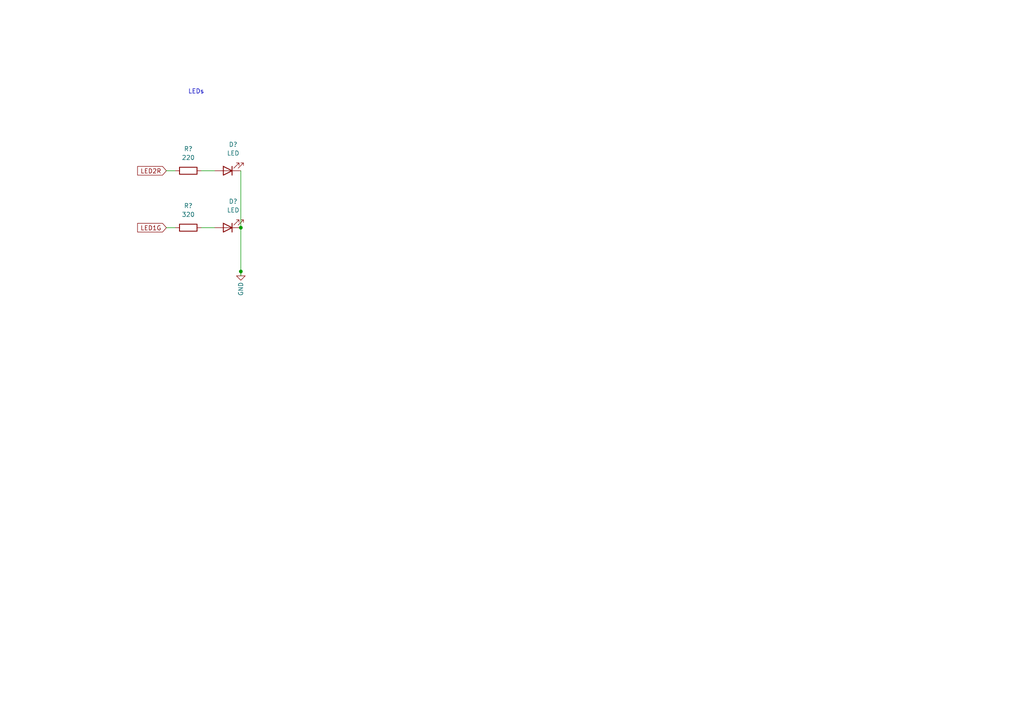
<source format=kicad_sch>
(kicad_sch (version 20250114) (generator "eeschema") (generator_version "9.0")
  (paper "A4")
  (lib_symbols
    (symbol "Device:LED" (pin_numbers (hide yes)) (pin_names (offset 1.016) (hide yes))
      (property "Reference" "D" (at 0 2.54 0))
      (property "Value" "LED" (at 0 -2.54 0))
      (symbol "LED_0_1"
        (polyline (pts (xy -3.048 -0.762) (xy -4.572 -2.286) (xy -3.81 -2.286) (xy -4.572 -2.286) (xy -4.572 -1.524)))
        (polyline (pts (xy -1.778 -0.762) (xy -3.302 -2.286) (xy -2.54 -2.286) (xy -3.302 -2.286) (xy -3.302 -1.524)))
        (polyline (pts (xy -1.27 0) (xy 1.27 0)))
        (polyline (pts (xy -1.27 -1.27) (xy -1.27 1.27)) (stroke (width 0.254)))
        (polyline (pts (xy 1.27 -1.27) (xy 1.27 1.27) (xy -1.27 0) (xy 1.27 -1.27)) (stroke (width 0.254)))
      )
      (symbol "LED_1_1"
        (pin passive line (at -3.81 0 0) (length 2.54) (name "K") (number "1"))
        (pin passive line (at 3.81 0 180) (length 2.54) (name "A") (number "2"))
      )
    )
    (symbol "Device:R" (pin_numbers (hide yes)) (pin_names (offset 0))
      (property "Reference" "R" (at 2.032 0 90))
      (property "Value" "R" (at 0 0 90))
      (symbol "R_0_1"
        (rectangle (start -1.016 -2.54) (end 1.016 2.54) (stroke (width 0.254)))
      )
      (symbol "R_1_1"
        (pin passive line (at 0 3.81 270) (length 1.27) (name "~") (number "1"))
        (pin passive line (at 0 -3.81 90) (length 1.27) (name "~") (number "2"))
      )
    )
    (symbol "power:GND" (power) (pin_names (offset 0))
      (property "Value" "GND" (at 0 -3.81 0))
      (symbol "GND_0_1"
        (polyline (pts (xy 0 0) (xy 0 -1.27) (xy 1.27 -1.27) (xy 0 -2.54) (xy -1.27 -1.27) (xy 0 -1.27)))
      )
      (symbol "GND_1_1"
        (pin power_in line (at 0 0 270) (length 0) (hide yes) (name "GND") (number "1"))
      )
    )
  )
  (text "LEDs\n" (at 56.896 26.67 0) (effects (font (size 1.27 1.27))))
  (junction (at 69.85 78.74))
  (junction (at 69.85 66.04))
  (wire (pts (xy 62.23 49.53) (xy 58.42 49.53)))
  (wire (pts (xy 48.26 49.53) (xy 50.8 49.53)))
  (wire (pts (xy 62.23 66.04) (xy 58.42 66.04)))
  (wire (pts (xy 69.85 49.53) (xy 69.85 66.04)))
  (wire (pts (xy 69.85 78.74) (xy 69.85 80.01)))
  (wire (pts (xy 69.85 66.04) (xy 69.85 78.74)))
  (wire (pts (xy 48.26 66.04) (xy 50.8 66.04)))
  (global_label "LED2R" (shape input) (at 48.26 49.53 180) (property "Intersheetrefs" "${INTERSHEET_REFS}" (effects (hide yes))))
  (global_label "LED1G" (shape input) (at 48.26 66.04 180) (property "Intersheetrefs" "${INTERSHEET_REFS}" (effects (hide yes))))
  (symbol (lib_id "Device:R") (at 54.61 66.04 90) (unit 1)
    (property "Reference" "R?" (at 54.61 59.69 90))
    (property "Value" "320" (at 54.61 62.23 90))
    (property "Footprint" "Resistor_SMD:R_0201_0603Metric" (effects (hide yes)))
    (property "Description" "Resistor" (effects (hide yes)))
  )
  (symbol (lib_id "Device:LED") (at 66.04 66.04 180) (unit 1)
    (property "Reference" "D?" (at 67.6275 58.42 0))
    (property "Value" "LED" (at 67.6275 60.96 0))
    (property "Footprint" "LED_THT:LED_D2.0mm_W4.0mm_H2.8mm_FlatTop" (effects (hide yes)))
    (property "Description" "Light emitting diode" (effects (hide yes)))
  )
  (symbol (lib_id "Device:LED") (at 66.04 49.53 180) (unit 1)
    (property "Reference" "D?" (at 67.6275 41.91 0))
    (property "Value" "LED" (at 67.6275 44.45 0))
    (property "Footprint" "LED_THT:LED_D2.0mm_W4.0mm_H2.8mm_FlatTop" (effects (hide yes)))
    (property "Description" "Light emitting diode" (effects (hide yes)))
  )
  (symbol (lib_id "Device:R") (at 54.61 49.53 90) (unit 1)
    (property "Reference" "R?" (at 54.61 43.18 90))
    (property "Value" "220" (at 54.61 45.72 90))
    (property "Footprint" "Resistor_SMD:R_0201_0603Metric" (effects (hide yes)))
    (property "Description" "Resistor" (effects (hide yes)))
  )
  (symbol (lib_id "power:GND") (at 69.85 78.74 0) (mirror y) (unit 1)
    (property "Reference" "#PWR0186" (effects (hide yes)))
    (property "Value" "GND" (at 69.85 83.82 90))
  )
)
</source>
